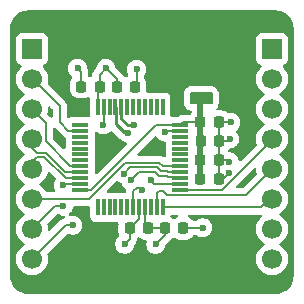
<source format=gbr>
%TF.GenerationSoftware,KiCad,Pcbnew,9.0.5*%
%TF.CreationDate,2025-12-22T17:05:02-05:00*%
%TF.ProjectId,stm32f072cb_breakout,73746d33-3266-4303-9732-63625f627265,rev?*%
%TF.SameCoordinates,Original*%
%TF.FileFunction,Copper,L1,Top*%
%TF.FilePolarity,Positive*%
%FSLAX46Y46*%
G04 Gerber Fmt 4.6, Leading zero omitted, Abs format (unit mm)*
G04 Created by KiCad (PCBNEW 9.0.5) date 2025-12-22 17:05:02*
%MOMM*%
%LPD*%
G01*
G04 APERTURE LIST*
G04 Aperture macros list*
%AMRoundRect*
0 Rectangle with rounded corners*
0 $1 Rounding radius*
0 $2 $3 $4 $5 $6 $7 $8 $9 X,Y pos of 4 corners*
0 Add a 4 corners polygon primitive as box body*
4,1,4,$2,$3,$4,$5,$6,$7,$8,$9,$2,$3,0*
0 Add four circle primitives for the rounded corners*
1,1,$1+$1,$2,$3*
1,1,$1+$1,$4,$5*
1,1,$1+$1,$6,$7*
1,1,$1+$1,$8,$9*
0 Add four rect primitives between the rounded corners*
20,1,$1+$1,$2,$3,$4,$5,0*
20,1,$1+$1,$4,$5,$6,$7,0*
20,1,$1+$1,$6,$7,$8,$9,0*
20,1,$1+$1,$8,$9,$2,$3,0*%
G04 Aperture macros list end*
%TA.AperFunction,SMDPad,CuDef*%
%ADD10R,0.300000X1.475000*%
%TD*%
%TA.AperFunction,SMDPad,CuDef*%
%ADD11R,1.475000X0.300000*%
%TD*%
%TA.AperFunction,ComponentPad*%
%ADD12R,1.700000X1.700000*%
%TD*%
%TA.AperFunction,ComponentPad*%
%ADD13C,1.700000*%
%TD*%
%TA.AperFunction,SMDPad,CuDef*%
%ADD14RoundRect,0.225000X0.225000X0.250000X-0.225000X0.250000X-0.225000X-0.250000X0.225000X-0.250000X0*%
%TD*%
%TA.AperFunction,SMDPad,CuDef*%
%ADD15RoundRect,0.225000X-0.225000X-0.250000X0.225000X-0.250000X0.225000X0.250000X-0.225000X0.250000X0*%
%TD*%
%TA.AperFunction,ViaPad*%
%ADD16C,0.600000*%
%TD*%
%TA.AperFunction,Conductor*%
%ADD17C,0.284000*%
%TD*%
%TA.AperFunction,Conductor*%
%ADD18C,0.127500*%
%TD*%
%TA.AperFunction,Conductor*%
%ADD19C,0.200000*%
%TD*%
%TA.AperFunction,Conductor*%
%ADD20C,0.500000*%
%TD*%
G04 APERTURE END LIST*
D10*
%TO.P,IC1,1,VBAT*%
%TO.N,unconnected-(IC1-VBAT-Pad1)*%
X145912000Y-84588000D03*
%TO.P,IC1,2,PC13*%
%TO.N,unconnected-(IC1-PC13-Pad2)*%
X146412000Y-84588000D03*
%TO.P,IC1,3,PC14-OSC32_IN*%
%TO.N,unconnected-(IC1-PC14-OSC32_IN-Pad3)*%
X146912000Y-84588000D03*
%TO.P,IC1,4,PC15-OSC32_OUT*%
%TO.N,unconnected-(IC1-PC15-OSC32_OUT-Pad4)*%
X147412000Y-84588000D03*
%TO.P,IC1,5,PF0-OSC_IN*%
%TO.N,unconnected-(IC1-PF0-OSC_IN-Pad5)*%
X147912000Y-84588000D03*
%TO.P,IC1,6,PF1-OSC_OUT*%
%TO.N,unconnected-(IC1-PF1-OSC_OUT-Pad6)*%
X148412000Y-84588000D03*
%TO.P,IC1,7,NRST*%
%TO.N,NRST*%
X148912000Y-84588000D03*
%TO.P,IC1,8,VSSA*%
%TO.N,GND*%
X149412000Y-84588000D03*
%TO.P,IC1,9,VDDA*%
%TO.N,3v3*%
X149912000Y-84588000D03*
%TO.P,IC1,10,PA0*%
%TO.N,unconnected-(IC1-PA0-Pad10)*%
X150412000Y-84588000D03*
%TO.P,IC1,11,PA1*%
%TO.N,PA1*%
X150912000Y-84588000D03*
%TO.P,IC1,12,PA2*%
%TO.N,PA2*%
X151412000Y-84588000D03*
D11*
%TO.P,IC1,13,PA3*%
%TO.N,PA3*%
X152900000Y-83100000D03*
%TO.P,IC1,14,PA4*%
%TO.N,PA4*%
X152900000Y-82600000D03*
%TO.P,IC1,15,PA5*%
%TO.N,SCLK*%
X152900000Y-82100000D03*
%TO.P,IC1,16,PA6*%
%TO.N,MISO*%
X152900000Y-81600000D03*
%TO.P,IC1,17,PA7*%
%TO.N,MOSI*%
X152900000Y-81100000D03*
%TO.P,IC1,18,PB0*%
%TO.N,unconnected-(IC1-PB0-Pad18)*%
X152900000Y-80600000D03*
%TO.P,IC1,19,PB1*%
%TO.N,unconnected-(IC1-PB1-Pad19)*%
X152900000Y-80100000D03*
%TO.P,IC1,20,PB2*%
%TO.N,unconnected-(IC1-PB2-Pad20)*%
X152900000Y-79600000D03*
%TO.P,IC1,21,PB10*%
%TO.N,unconnected-(IC1-PB10-Pad21)*%
X152900000Y-79100000D03*
%TO.P,IC1,22,PB11*%
%TO.N,unconnected-(IC1-PB11-Pad22)*%
X152900000Y-78600000D03*
%TO.P,IC1,23,VSS_1*%
%TO.N,GND*%
X152900000Y-78100000D03*
%TO.P,IC1,24,VDD_1*%
%TO.N,3v3*%
X152900000Y-77600000D03*
D10*
%TO.P,IC1,25,PB12*%
%TO.N,unconnected-(IC1-PB12-Pad25)*%
X151412000Y-76112000D03*
%TO.P,IC1,26,PB13*%
%TO.N,unconnected-(IC1-PB13-Pad26)*%
X150912000Y-76112000D03*
%TO.P,IC1,27,PB14*%
%TO.N,unconnected-(IC1-PB14-Pad27)*%
X150412000Y-76112000D03*
%TO.P,IC1,28,PB15*%
%TO.N,unconnected-(IC1-PB15-Pad28)*%
X149912000Y-76112000D03*
%TO.P,IC1,29,PA8*%
%TO.N,unconnected-(IC1-PA8-Pad29)*%
X149412000Y-76112000D03*
%TO.P,IC1,30,PA9*%
%TO.N,unconnected-(IC1-PA9-Pad30)*%
X148912000Y-76112000D03*
%TO.P,IC1,31,PA10*%
%TO.N,unconnected-(IC1-PA10-Pad31)*%
X148412000Y-76112000D03*
%TO.P,IC1,32,PA11*%
%TO.N,USB_D-*%
X147912000Y-76112000D03*
%TO.P,IC1,33,PA12*%
%TO.N,USB_D+*%
X147412000Y-76112000D03*
%TO.P,IC1,34,PA13*%
%TO.N,unconnected-(IC1-PA13-Pad34)*%
X146912000Y-76112000D03*
%TO.P,IC1,35,VSS_2*%
%TO.N,GND*%
X146412000Y-76112000D03*
%TO.P,IC1,36,VDDIO2*%
%TO.N,3v3*%
X145912000Y-76112000D03*
D11*
%TO.P,IC1,37,PA14*%
%TO.N,unconnected-(IC1-PA14-Pad37)*%
X144424000Y-77600000D03*
%TO.P,IC1,38,PA15*%
%TO.N,!CS*%
X144424000Y-78100000D03*
%TO.P,IC1,39,PB3*%
%TO.N,unconnected-(IC1-PB3-Pad39)*%
X144424000Y-78600000D03*
%TO.P,IC1,40,PB4*%
%TO.N,unconnected-(IC1-PB4-Pad40)*%
X144424000Y-79100000D03*
%TO.P,IC1,41,PB5*%
%TO.N,unconnected-(IC1-PB5-Pad41)*%
X144424000Y-79600000D03*
%TO.P,IC1,42,PB6*%
%TO.N,unconnected-(IC1-PB6-Pad42)*%
X144424000Y-80100000D03*
%TO.P,IC1,43,PB7*%
%TO.N,unconnected-(IC1-PB7-Pad43)*%
X144424000Y-80600000D03*
%TO.P,IC1,44,BOOT0*%
%TO.N,BOOT0*%
X144424000Y-81100000D03*
%TO.P,IC1,45,PB8*%
%TO.N,can_rx*%
X144424000Y-81600000D03*
%TO.P,IC1,46,PB9*%
%TO.N,can_tx*%
X144424000Y-82100000D03*
%TO.P,IC1,47,VSS_3*%
%TO.N,GND*%
X144424000Y-82600000D03*
%TO.P,IC1,48,VDD_2*%
%TO.N,3v3*%
X144424000Y-83100000D03*
%TD*%
D12*
%TO.P,J2,1,Pin_1*%
%TO.N,USB_D-*%
X160670000Y-71170000D03*
D13*
%TO.P,J2,2,Pin_2*%
%TO.N,USB_D+*%
X160670000Y-73710000D03*
%TO.P,J2,3,Pin_3*%
%TO.N,PA4*%
X160670000Y-76250000D03*
%TO.P,J2,4,Pin_4*%
%TO.N,PA3*%
X160670000Y-78790000D03*
%TO.P,J2,5,Pin_5*%
%TO.N,PA1*%
X160670000Y-81330000D03*
%TO.P,J2,6,Pin_6*%
%TO.N,PA2*%
X160670000Y-83870000D03*
%TO.P,J2,7,Pin_7*%
%TO.N,NRST*%
X160670000Y-86410000D03*
%TO.P,J2,8,Pin_8*%
%TO.N,GND*%
X160670000Y-88950000D03*
%TD*%
D14*
%TO.P,C7,1*%
%TO.N,3v3*%
X146062000Y-74350000D03*
%TO.P,C7,2*%
%TO.N,GND*%
X144512000Y-74350000D03*
%TD*%
D15*
%TO.P,C3,1*%
%TO.N,3v3*%
X154612000Y-80550000D03*
%TO.P,C3,2*%
%TO.N,GND*%
X156162000Y-80550000D03*
%TD*%
%TO.P,C8,1*%
%TO.N,3v3*%
X147512000Y-74350000D03*
%TO.P,C8,2*%
%TO.N,GND*%
X149062000Y-74350000D03*
%TD*%
%TO.P,C4,1*%
%TO.N,3v3*%
X154612000Y-82150000D03*
%TO.P,C4,2*%
%TO.N,GND*%
X156162000Y-82150000D03*
%TD*%
D14*
%TO.P,C9,1*%
%TO.N,3v3*%
X150162000Y-86350000D03*
%TO.P,C9,2*%
%TO.N,GND*%
X148612000Y-86350000D03*
%TD*%
D15*
%TO.P,C1,1*%
%TO.N,3v3*%
X154612000Y-77350000D03*
%TO.P,C1,2*%
%TO.N,GND*%
X156162000Y-77350000D03*
%TD*%
%TO.P,C2,1*%
%TO.N,3v3*%
X154662000Y-78950000D03*
%TO.P,C2,2*%
%TO.N,GND*%
X156212000Y-78950000D03*
%TD*%
%TO.P,C10,1*%
%TO.N,3v3*%
X151587000Y-86350000D03*
%TO.P,C10,2*%
%TO.N,GND*%
X153137000Y-86350000D03*
%TD*%
D12*
%TO.P,J1,1,Pin_1*%
%TO.N,3v3*%
X140350000Y-71170000D03*
D13*
%TO.P,J1,2,Pin_2*%
%TO.N,!CS*%
X140350000Y-73710000D03*
%TO.P,J1,3,Pin_3*%
%TO.N,BOOT0*%
X140350000Y-76250000D03*
%TO.P,J1,4,Pin_4*%
%TO.N,can_rx*%
X140350000Y-78790000D03*
%TO.P,J1,5,Pin_5*%
%TO.N,can_tx*%
X140350000Y-81330000D03*
%TO.P,J1,6,Pin_6*%
%TO.N,MOSI*%
X140350000Y-83870000D03*
%TO.P,J1,7,Pin_7*%
%TO.N,MISO*%
X140350000Y-86410000D03*
%TO.P,J1,8,Pin_8*%
%TO.N,SCLK*%
X140350000Y-88950000D03*
%TD*%
D16*
%TO.N,3v3*%
X150825200Y-87706200D03*
%TO.N,GND*%
X157175200Y-77393800D03*
X157099000Y-78790800D03*
X157060465Y-80708065D03*
X157025190Y-81663390D03*
%TO.N,3v3*%
X155270200Y-75488800D03*
X154635200Y-75133200D03*
X154025600Y-75539600D03*
X146608800Y-72796400D03*
%TO.N,GND*%
X151600000Y-78200000D03*
X143000000Y-82700000D03*
X146400000Y-77600000D03*
X144200000Y-72800000D03*
X154800000Y-86300000D03*
X149200000Y-72900000D03*
X148200000Y-87700000D03*
%TO.N,USB_D+*%
X148456137Y-78257179D03*
%TO.N,PA4*%
X150400000Y-82300000D03*
%TO.N,SCLK*%
X148696702Y-82296702D03*
X143800000Y-86100000D03*
%TO.N,MISO*%
X148131015Y-81731015D03*
X143000000Y-84470000D03*
%TO.N,NRST*%
X149700000Y-83100000D03*
%TO.N,USB_D-*%
X149000521Y-77599479D03*
%TD*%
D17*
%TO.N,USB_D+*%
X147419000Y-76119000D02*
X147412000Y-76112000D01*
X147427000Y-77526200D02*
X147427000Y-77192500D01*
X147419000Y-77192500D02*
X147419000Y-76119000D01*
X148101321Y-78200521D02*
X147427000Y-77526200D01*
X147427000Y-77192500D02*
X147419000Y-77192500D01*
X148399479Y-78200521D02*
X148101321Y-78200521D01*
X148456137Y-78257179D02*
X148399479Y-78200521D01*
D18*
%TO.N,can_rx*%
X140745985Y-79963785D02*
X140350000Y-79567800D01*
X140350000Y-79567800D02*
X140350000Y-78790000D01*
X141523784Y-79963785D02*
X140745985Y-79963785D01*
X143160000Y-81600000D02*
X141523784Y-79963785D01*
X144424000Y-81600000D02*
X143160000Y-81600000D01*
%TO.N,can_tx*%
X140763915Y-80292285D02*
X140350000Y-80706200D01*
X141387715Y-80292285D02*
X140763915Y-80292285D01*
X143195430Y-82100000D02*
X141387715Y-80292285D01*
X144424000Y-82100000D02*
X143195430Y-82100000D01*
X140350000Y-80706200D02*
X140350000Y-81330000D01*
D19*
%TO.N,3v3*%
X151587000Y-86944400D02*
X150825200Y-87706200D01*
X151587000Y-86350000D02*
X151587000Y-86944400D01*
X151587000Y-86350000D02*
X150162000Y-86350000D01*
%TO.N,GND*%
X157131400Y-77350000D02*
X157175200Y-77393800D01*
X156162000Y-77350000D02*
X157131400Y-77350000D01*
X156162000Y-77350000D02*
X156162000Y-82150000D01*
X156939800Y-78950000D02*
X157099000Y-78790800D01*
X156212000Y-78950000D02*
X156939800Y-78950000D01*
X156902400Y-80550000D02*
X157060465Y-80708065D01*
X156162000Y-80550000D02*
X156902400Y-80550000D01*
X156538580Y-82150000D02*
X157025190Y-81663390D01*
X156162000Y-82150000D02*
X156538580Y-82150000D01*
D20*
%TO.N,3v3*%
X154612000Y-80550000D02*
X154612000Y-77350000D01*
D19*
X146062000Y-73343200D02*
X146062000Y-74350000D01*
X146608800Y-72796400D02*
X146062000Y-73343200D01*
X147512000Y-73699600D02*
X147512000Y-74350000D01*
X146608800Y-72796400D02*
X147512000Y-73699600D01*
D17*
%TO.N,USB_D-*%
X148440079Y-77599479D02*
X149000521Y-77599479D01*
X147912000Y-77071400D02*
X148440079Y-77599479D01*
X147912000Y-76112000D02*
X147912000Y-77071400D01*
D19*
%TO.N,3v3*%
X144424000Y-83100000D02*
X145346400Y-83100000D01*
X149912000Y-86100000D02*
X149912000Y-84588000D01*
X150162000Y-86350000D02*
X149912000Y-86100000D01*
X145346400Y-83100000D02*
X150846400Y-77600000D01*
X150846400Y-77600000D02*
X152900000Y-77600000D01*
X153150000Y-77350000D02*
X152900000Y-77600000D01*
X146062000Y-74350000D02*
X145912000Y-74500000D01*
X154612000Y-77350000D02*
X153150000Y-77350000D01*
D20*
X154612000Y-82150000D02*
X154612000Y-80550000D01*
D19*
X145912000Y-74500000D02*
X145912000Y-76112000D01*
%TO.N,GND*%
X149412000Y-84588000D02*
X149412000Y-85577500D01*
X146412000Y-76112000D02*
X146412000Y-77588000D01*
X154750000Y-86350000D02*
X154800000Y-86300000D01*
X144424000Y-82600000D02*
X143100000Y-82600000D01*
X149412000Y-85577500D02*
X148639500Y-86350000D01*
X148612000Y-87288000D02*
X148200000Y-87700000D01*
X144512000Y-73112000D02*
X144200000Y-72800000D01*
X152900000Y-78100000D02*
X151700000Y-78100000D01*
X143100000Y-82600000D02*
X143000000Y-82700000D01*
X148639500Y-86350000D02*
X148612000Y-86350000D01*
X153137000Y-86350000D02*
X154750000Y-86350000D01*
X144512000Y-74350000D02*
X144512000Y-73112000D01*
X151700000Y-78100000D02*
X151600000Y-78200000D01*
X149200000Y-74212000D02*
X149062000Y-74350000D01*
X146412000Y-77588000D02*
X146400000Y-77600000D01*
X148612000Y-86350000D02*
X148612000Y-87288000D01*
X149200000Y-72900000D02*
X149200000Y-74212000D01*
%TO.N,MOSI*%
X145143500Y-83870000D02*
X148213500Y-80800000D01*
X151400000Y-81100000D02*
X152900000Y-81100000D01*
X151100000Y-80800000D02*
X151400000Y-81100000D01*
X140350000Y-83870000D02*
X145143500Y-83870000D01*
X148213500Y-80800000D02*
X151100000Y-80800000D01*
%TO.N,!CS*%
X140350000Y-73710000D02*
X140410000Y-73710000D01*
X143434500Y-78100000D02*
X144424000Y-78100000D01*
X142700000Y-76000000D02*
X142700000Y-77365500D01*
X142700000Y-77365500D02*
X143434500Y-78100000D01*
X140410000Y-73710000D02*
X142700000Y-76000000D01*
%TO.N,PA4*%
X152900000Y-82600000D02*
X150700000Y-82600000D01*
X150700000Y-82600000D02*
X150400000Y-82300000D01*
%TO.N,BOOT0*%
X141501000Y-79001000D02*
X143600000Y-81100000D01*
X143600000Y-81100000D02*
X144424000Y-81100000D01*
X140350000Y-76250000D02*
X141501000Y-77401000D01*
X141501000Y-77401000D02*
X141501000Y-79001000D01*
%TO.N,SCLK*%
X151861500Y-81952000D02*
X151861500Y-82051000D01*
X152851000Y-82051000D02*
X152900000Y-82100000D01*
X143200000Y-86100000D02*
X143800000Y-86100000D01*
X151861500Y-82051000D02*
X152851000Y-82051000D01*
X151695400Y-81952000D02*
X151861500Y-81952000D01*
X149391404Y-81602000D02*
X150767800Y-81602000D01*
X140350000Y-88950000D02*
X143200000Y-86100000D01*
X151067800Y-81902000D02*
X151645400Y-81902000D01*
X150767800Y-81602000D02*
X151067800Y-81902000D01*
X151645400Y-81902000D02*
X151695400Y-81952000D01*
X148696702Y-82296702D02*
X149391404Y-81602000D01*
%TO.N,MISO*%
X150933900Y-81201000D02*
X151233900Y-81501000D01*
X151233900Y-81501000D02*
X151861500Y-81501000D01*
X142290000Y-84470000D02*
X143000000Y-84470000D01*
X140350000Y-86410000D02*
X142290000Y-84470000D01*
X151861500Y-81551000D02*
X152851000Y-81551000D01*
X148131015Y-81731015D02*
X148661030Y-81201000D01*
X152851000Y-81551000D02*
X152900000Y-81600000D01*
X151861500Y-81501000D02*
X151861500Y-81551000D01*
X148661030Y-81201000D02*
X150933900Y-81201000D01*
%TO.N,PA1*%
X150912000Y-83388000D02*
X150912000Y-84588000D01*
X151100000Y-83200000D02*
X150912000Y-83388000D01*
X160670000Y-81330000D02*
X158450500Y-83549500D01*
X158450500Y-83549500D02*
X151749500Y-83549500D01*
X151749500Y-83549500D02*
X151400000Y-83200000D01*
X151400000Y-83200000D02*
X151100000Y-83200000D01*
%TO.N,PA2*%
X159752000Y-84588000D02*
X151412000Y-84588000D01*
X160670000Y-83870000D02*
X160470000Y-83870000D01*
X160670000Y-83870000D02*
X160349500Y-83549500D01*
X160470000Y-83870000D02*
X159752000Y-84588000D01*
%TO.N,PA3*%
X152900000Y-83100000D02*
X156437110Y-83100000D01*
X160670000Y-78867110D02*
X160670000Y-78790000D01*
X156437110Y-83100000D02*
X160670000Y-78867110D01*
%TO.N,NRST*%
X149200000Y-82900000D02*
X148912000Y-83188000D01*
X149500000Y-82900000D02*
X149200000Y-82900000D01*
X149700000Y-83100000D02*
X149500000Y-82900000D01*
X148912000Y-83188000D02*
X148912000Y-84588000D01*
D20*
%TO.N,3v3*%
X154612000Y-77350000D02*
X154612000Y-75867600D01*
%TD*%
%TA.AperFunction,NonConductor*%
G36*
X161004418Y-67900816D02*
G01*
X161204561Y-67915130D01*
X161222063Y-67917647D01*
X161413797Y-67959355D01*
X161430755Y-67964334D01*
X161614609Y-68032909D01*
X161630701Y-68040259D01*
X161802904Y-68134288D01*
X161817784Y-68143849D01*
X161974867Y-68261441D01*
X161988237Y-68273027D01*
X162126972Y-68411762D01*
X162138558Y-68425132D01*
X162256146Y-68582210D01*
X162265711Y-68597095D01*
X162359740Y-68769298D01*
X162367090Y-68785390D01*
X162435662Y-68969236D01*
X162440646Y-68986212D01*
X162482351Y-69177931D01*
X162484869Y-69195442D01*
X162499184Y-69395580D01*
X162499500Y-69404427D01*
X162499500Y-90395572D01*
X162499184Y-90404419D01*
X162484869Y-90604557D01*
X162482351Y-90622068D01*
X162440646Y-90813787D01*
X162435662Y-90830763D01*
X162367090Y-91014609D01*
X162359740Y-91030701D01*
X162265711Y-91202904D01*
X162256146Y-91217789D01*
X162138558Y-91374867D01*
X162126972Y-91388237D01*
X161988237Y-91526972D01*
X161974867Y-91538558D01*
X161817789Y-91656146D01*
X161802904Y-91665711D01*
X161630701Y-91759740D01*
X161614609Y-91767090D01*
X161430763Y-91835662D01*
X161413787Y-91840646D01*
X161222068Y-91882351D01*
X161204557Y-91884869D01*
X161023779Y-91897799D01*
X161004417Y-91899184D01*
X160995572Y-91899500D01*
X140004428Y-91899500D01*
X139995582Y-91899184D01*
X139973622Y-91897613D01*
X139795442Y-91884869D01*
X139777931Y-91882351D01*
X139586212Y-91840646D01*
X139569236Y-91835662D01*
X139385390Y-91767090D01*
X139369298Y-91759740D01*
X139197095Y-91665711D01*
X139182210Y-91656146D01*
X139025132Y-91538558D01*
X139011762Y-91526972D01*
X138873027Y-91388237D01*
X138861441Y-91374867D01*
X138743849Y-91217784D01*
X138734288Y-91202904D01*
X138640259Y-91030701D01*
X138632909Y-91014609D01*
X138572091Y-90851551D01*
X138564334Y-90830755D01*
X138559355Y-90813797D01*
X138517647Y-90622063D01*
X138515130Y-90604556D01*
X138500816Y-90404418D01*
X138500500Y-90395572D01*
X138500500Y-70272135D01*
X138999500Y-70272135D01*
X138999500Y-72067870D01*
X138999501Y-72067876D01*
X139005908Y-72127483D01*
X139056202Y-72262328D01*
X139056206Y-72262335D01*
X139142452Y-72377544D01*
X139142455Y-72377547D01*
X139257664Y-72463793D01*
X139257671Y-72463797D01*
X139389082Y-72512810D01*
X139445016Y-72554681D01*
X139469433Y-72620145D01*
X139454582Y-72688418D01*
X139433431Y-72716673D01*
X139319889Y-72830215D01*
X139194951Y-73002179D01*
X139098444Y-73191585D01*
X139032753Y-73393760D01*
X139012801Y-73519734D01*
X138999500Y-73603713D01*
X138999500Y-73816287D01*
X139032754Y-74026243D01*
X139072717Y-74149237D01*
X139098444Y-74228414D01*
X139194951Y-74417820D01*
X139319890Y-74589786D01*
X139470213Y-74740109D01*
X139642182Y-74865050D01*
X139650946Y-74869516D01*
X139701742Y-74917491D01*
X139718536Y-74985312D01*
X139695998Y-75051447D01*
X139650946Y-75090484D01*
X139642182Y-75094949D01*
X139470213Y-75219890D01*
X139319890Y-75370213D01*
X139194951Y-75542179D01*
X139098444Y-75731585D01*
X139032753Y-75933760D01*
X139008619Y-76086136D01*
X138999500Y-76143713D01*
X138999500Y-76356287D01*
X139005067Y-76391434D01*
X139032753Y-76566239D01*
X139032753Y-76566241D01*
X139032754Y-76566243D01*
X139088341Y-76737322D01*
X139098444Y-76768414D01*
X139194951Y-76957820D01*
X139319890Y-77129786D01*
X139470213Y-77280109D01*
X139642182Y-77405050D01*
X139650946Y-77409516D01*
X139701742Y-77457491D01*
X139718536Y-77525312D01*
X139695998Y-77591447D01*
X139650946Y-77630484D01*
X139642182Y-77634949D01*
X139470213Y-77759890D01*
X139319890Y-77910213D01*
X139194951Y-78082179D01*
X139098444Y-78271585D01*
X139032753Y-78473760D01*
X139007906Y-78630639D01*
X138999500Y-78683713D01*
X138999500Y-78896287D01*
X139009534Y-78959644D01*
X139028924Y-79082066D01*
X139032754Y-79106243D01*
X139096063Y-79301088D01*
X139098444Y-79308414D01*
X139194951Y-79497820D01*
X139319890Y-79669786D01*
X139470213Y-79820109D01*
X139642182Y-79945050D01*
X139650946Y-79949516D01*
X139701742Y-79997491D01*
X139718536Y-80065312D01*
X139695998Y-80131447D01*
X139650946Y-80170484D01*
X139642182Y-80174949D01*
X139470213Y-80299890D01*
X139319890Y-80450213D01*
X139194951Y-80622179D01*
X139098444Y-80811585D01*
X139032753Y-81013760D01*
X138999500Y-81223713D01*
X138999500Y-81436286D01*
X139032059Y-81641859D01*
X139032754Y-81646243D01*
X139087431Y-81814522D01*
X139098444Y-81848414D01*
X139194951Y-82037820D01*
X139319890Y-82209786D01*
X139470213Y-82360109D01*
X139642182Y-82485050D01*
X139650946Y-82489516D01*
X139701742Y-82537491D01*
X139718536Y-82605312D01*
X139695998Y-82671447D01*
X139650946Y-82710484D01*
X139642182Y-82714949D01*
X139470213Y-82839890D01*
X139319890Y-82990213D01*
X139194951Y-83162179D01*
X139098444Y-83351585D01*
X139032753Y-83553760D01*
X138999500Y-83763713D01*
X138999500Y-83976286D01*
X139032753Y-84186239D01*
X139098444Y-84388414D01*
X139194951Y-84577820D01*
X139319890Y-84749786D01*
X139470213Y-84900109D01*
X139642182Y-85025050D01*
X139650946Y-85029516D01*
X139701742Y-85077491D01*
X139718536Y-85145312D01*
X139695998Y-85211447D01*
X139650946Y-85250484D01*
X139642182Y-85254949D01*
X139470213Y-85379890D01*
X139319890Y-85530213D01*
X139194951Y-85702179D01*
X139098444Y-85891585D01*
X139032753Y-86093760D01*
X138999500Y-86303713D01*
X138999500Y-86516287D01*
X139003031Y-86538582D01*
X139032048Y-86721789D01*
X139032754Y-86726243D01*
X139092946Y-86911495D01*
X139098444Y-86928414D01*
X139194951Y-87117820D01*
X139319890Y-87289786D01*
X139470213Y-87440109D01*
X139642182Y-87565050D01*
X139650946Y-87569516D01*
X139701742Y-87617491D01*
X139718536Y-87685312D01*
X139695998Y-87751447D01*
X139650946Y-87790484D01*
X139642182Y-87794949D01*
X139470213Y-87919890D01*
X139319890Y-88070213D01*
X139194951Y-88242179D01*
X139098444Y-88431585D01*
X139032753Y-88633760D01*
X138999500Y-88843713D01*
X138999500Y-89056286D01*
X139032753Y-89266239D01*
X139098444Y-89468414D01*
X139194951Y-89657820D01*
X139319890Y-89829786D01*
X139470213Y-89980109D01*
X139642179Y-90105048D01*
X139642181Y-90105049D01*
X139642184Y-90105051D01*
X139831588Y-90201557D01*
X140033757Y-90267246D01*
X140243713Y-90300500D01*
X140243714Y-90300500D01*
X140456286Y-90300500D01*
X140456287Y-90300500D01*
X140666243Y-90267246D01*
X140868412Y-90201557D01*
X141057816Y-90105051D01*
X141079789Y-90089086D01*
X141229786Y-89980109D01*
X141229788Y-89980106D01*
X141229792Y-89980104D01*
X141380104Y-89829792D01*
X141380106Y-89829788D01*
X141380109Y-89829786D01*
X141505048Y-89657820D01*
X141505047Y-89657820D01*
X141505051Y-89657816D01*
X141601557Y-89468412D01*
X141667246Y-89266243D01*
X141700500Y-89056287D01*
X141700500Y-88843713D01*
X141667246Y-88633757D01*
X141653506Y-88591473D01*
X141651512Y-88521635D01*
X141683755Y-88465478D01*
X143304974Y-86844260D01*
X143366295Y-86810777D01*
X143435987Y-86815761D01*
X143440105Y-86817382D01*
X143505000Y-86844262D01*
X143566503Y-86869737D01*
X143721153Y-86900499D01*
X143721156Y-86900500D01*
X143721158Y-86900500D01*
X143878844Y-86900500D01*
X143878845Y-86900499D01*
X144033497Y-86869737D01*
X144179179Y-86809394D01*
X144310289Y-86721789D01*
X144421789Y-86610289D01*
X144509394Y-86479179D01*
X144569737Y-86333497D01*
X144600500Y-86178842D01*
X144600500Y-86021158D01*
X144600500Y-86021155D01*
X144600499Y-86021153D01*
X144592638Y-85981635D01*
X144569737Y-85866503D01*
X144552960Y-85825999D01*
X144509397Y-85720827D01*
X144509390Y-85720814D01*
X144421789Y-85589711D01*
X144421786Y-85589707D01*
X144310292Y-85478213D01*
X144310288Y-85478210D01*
X144179185Y-85390609D01*
X144179172Y-85390602D01*
X144033501Y-85330264D01*
X144033489Y-85330261D01*
X143878845Y-85299500D01*
X143878842Y-85299500D01*
X143721158Y-85299500D01*
X143721153Y-85299500D01*
X143589688Y-85325650D01*
X143520096Y-85319423D01*
X143464919Y-85276560D01*
X143441675Y-85210670D01*
X143457743Y-85142673D01*
X143496607Y-85100930D01*
X143510289Y-85091789D01*
X143621789Y-84980289D01*
X143709394Y-84849179D01*
X143769737Y-84703497D01*
X143791418Y-84594501D01*
X143796231Y-84570308D01*
X143828616Y-84508397D01*
X143889332Y-84473823D01*
X143917848Y-84470500D01*
X145056833Y-84470500D01*
X145064439Y-84470500D01*
X145064443Y-84470501D01*
X145137502Y-84470501D01*
X145204541Y-84490186D01*
X145250295Y-84542991D01*
X145250296Y-84543001D01*
X145261500Y-84594501D01*
X145261500Y-85373370D01*
X145261501Y-85373376D01*
X145267908Y-85432983D01*
X145318202Y-85567828D01*
X145318206Y-85567835D01*
X145404452Y-85683044D01*
X145404455Y-85683047D01*
X145519664Y-85769293D01*
X145519671Y-85769297D01*
X145564618Y-85786061D01*
X145654517Y-85819591D01*
X145714127Y-85826000D01*
X146109872Y-85825999D01*
X146109873Y-85825998D01*
X146109885Y-85825998D01*
X146148744Y-85821820D01*
X146175252Y-85821820D01*
X146214127Y-85826000D01*
X146609872Y-85825999D01*
X146609873Y-85825998D01*
X146609885Y-85825998D01*
X146648744Y-85821820D01*
X146675252Y-85821820D01*
X146714127Y-85826000D01*
X147109872Y-85825999D01*
X147109873Y-85825998D01*
X147109885Y-85825998D01*
X147148744Y-85821820D01*
X147175252Y-85821820D01*
X147214127Y-85826000D01*
X147547239Y-85825999D01*
X147614278Y-85845683D01*
X147660033Y-85898487D01*
X147670597Y-85962601D01*
X147661500Y-86051645D01*
X147661500Y-86648337D01*
X147661501Y-86648355D01*
X147671650Y-86747707D01*
X147671651Y-86747710D01*
X147724996Y-86908694D01*
X147725001Y-86908705D01*
X147725968Y-86910272D01*
X147726302Y-86911495D01*
X147728051Y-86915245D01*
X147727410Y-86915543D01*
X147744409Y-86977664D01*
X147723487Y-87044328D01*
X147693977Y-87073822D01*
X147694413Y-87074353D01*
X147689704Y-87078217D01*
X147578213Y-87189707D01*
X147578210Y-87189711D01*
X147490609Y-87320814D01*
X147490602Y-87320827D01*
X147430264Y-87466498D01*
X147430261Y-87466510D01*
X147399500Y-87621153D01*
X147399500Y-87778846D01*
X147430261Y-87933489D01*
X147430264Y-87933501D01*
X147490602Y-88079172D01*
X147490609Y-88079185D01*
X147578210Y-88210288D01*
X147578213Y-88210292D01*
X147689707Y-88321786D01*
X147689711Y-88321789D01*
X147820814Y-88409390D01*
X147820827Y-88409397D01*
X147874402Y-88431588D01*
X147966503Y-88469737D01*
X148121153Y-88500499D01*
X148121156Y-88500500D01*
X148121158Y-88500500D01*
X148278844Y-88500500D01*
X148278845Y-88500499D01*
X148433497Y-88469737D01*
X148564211Y-88415594D01*
X148579172Y-88409397D01*
X148579172Y-88409396D01*
X148579179Y-88409394D01*
X148710289Y-88321789D01*
X148821789Y-88210289D01*
X148909394Y-88079179D01*
X148969737Y-87933497D01*
X149000500Y-87778842D01*
X149000500Y-87778840D01*
X149000637Y-87778152D01*
X149022811Y-87728269D01*
X149028195Y-87721040D01*
X149092520Y-87656716D01*
X149145442Y-87565051D01*
X149171577Y-87519785D01*
X149212501Y-87367057D01*
X149212501Y-87290003D01*
X149213602Y-87286252D01*
X149212732Y-87282444D01*
X149223367Y-87252996D01*
X149232186Y-87222964D01*
X149235521Y-87219343D01*
X149236466Y-87216729D01*
X149246281Y-87207664D01*
X149261162Y-87191514D01*
X149266099Y-87187737D01*
X149290044Y-87172968D01*
X149305134Y-87157877D01*
X149311661Y-87152885D01*
X149336904Y-87143169D01*
X149360642Y-87130208D01*
X149369025Y-87130807D01*
X149376868Y-87127789D01*
X149403352Y-87133262D01*
X149430334Y-87135192D01*
X149438697Y-87140567D01*
X149445292Y-87141930D01*
X149453830Y-87150292D01*
X149474681Y-87163693D01*
X149483955Y-87172967D01*
X149483959Y-87172970D01*
X149628294Y-87261998D01*
X149628297Y-87261999D01*
X149628303Y-87262003D01*
X149789292Y-87315349D01*
X149888655Y-87325500D01*
X149933647Y-87325499D01*
X150000685Y-87345182D01*
X150046441Y-87397985D01*
X150056386Y-87467143D01*
X150055265Y-87473690D01*
X150024700Y-87627353D01*
X150024700Y-87785046D01*
X150055461Y-87939689D01*
X150055464Y-87939701D01*
X150115802Y-88085372D01*
X150115809Y-88085385D01*
X150203410Y-88216488D01*
X150203413Y-88216492D01*
X150314907Y-88327986D01*
X150314911Y-88327989D01*
X150446014Y-88415590D01*
X150446027Y-88415597D01*
X150576737Y-88469738D01*
X150591703Y-88475937D01*
X150715184Y-88500499D01*
X150746353Y-88506699D01*
X150746356Y-88506700D01*
X150746358Y-88506700D01*
X150904044Y-88506700D01*
X150904045Y-88506699D01*
X151058697Y-88475937D01*
X151204379Y-88415594D01*
X151335489Y-88327989D01*
X151446989Y-88216489D01*
X151534594Y-88085379D01*
X151594937Y-87939697D01*
X151623729Y-87794951D01*
X151625838Y-87784350D01*
X151658223Y-87722439D01*
X151659724Y-87720910D01*
X151955713Y-87424921D01*
X151955716Y-87424920D01*
X152067520Y-87313116D01*
X152076187Y-87298102D01*
X152086431Y-87287366D01*
X152104347Y-87277029D01*
X152115134Y-87266742D01*
X152114550Y-87265795D01*
X152119015Y-87263040D01*
X152119317Y-87262753D01*
X152120120Y-87262358D01*
X152120693Y-87262004D01*
X152120697Y-87262003D01*
X152265044Y-87172968D01*
X152274319Y-87163693D01*
X152335642Y-87130208D01*
X152405334Y-87135192D01*
X152449681Y-87163693D01*
X152458955Y-87172967D01*
X152458959Y-87172970D01*
X152603294Y-87261998D01*
X152603297Y-87261999D01*
X152603303Y-87262003D01*
X152764292Y-87315349D01*
X152863655Y-87325500D01*
X153410344Y-87325499D01*
X153410352Y-87325498D01*
X153410355Y-87325498D01*
X153464760Y-87319940D01*
X153509708Y-87315349D01*
X153670697Y-87262003D01*
X153815044Y-87172968D01*
X153934968Y-87053044D01*
X153961887Y-87009402D01*
X153969473Y-87002578D01*
X153973712Y-86993297D01*
X153995010Y-86979609D01*
X154013835Y-86962678D01*
X154025471Y-86960033D01*
X154032490Y-86955523D01*
X154067425Y-86950500D01*
X154295065Y-86950500D01*
X154362104Y-86970185D01*
X154363909Y-86971366D01*
X154420821Y-87009394D01*
X154420823Y-87009395D01*
X154420827Y-87009397D01*
X154526202Y-87053044D01*
X154566503Y-87069737D01*
X154721153Y-87100499D01*
X154721156Y-87100500D01*
X154721158Y-87100500D01*
X154878844Y-87100500D01*
X154878845Y-87100499D01*
X155033497Y-87069737D01*
X155179179Y-87009394D01*
X155310289Y-86921789D01*
X155421789Y-86810289D01*
X155509394Y-86679179D01*
X155569737Y-86533497D01*
X155600500Y-86378842D01*
X155600500Y-86221158D01*
X155600500Y-86221155D01*
X155600499Y-86221153D01*
X155569737Y-86066503D01*
X155550955Y-86021158D01*
X155509397Y-85920827D01*
X155509390Y-85920814D01*
X155421789Y-85789711D01*
X155421786Y-85789707D01*
X155310292Y-85678213D01*
X155310288Y-85678210D01*
X155179185Y-85590609D01*
X155179172Y-85590602D01*
X155033501Y-85530264D01*
X155033489Y-85530261D01*
X154878845Y-85499500D01*
X154878842Y-85499500D01*
X154721158Y-85499500D01*
X154721155Y-85499500D01*
X154566510Y-85530261D01*
X154566498Y-85530264D01*
X154420827Y-85590602D01*
X154420814Y-85590609D01*
X154289711Y-85678210D01*
X154289707Y-85678213D01*
X154254742Y-85713180D01*
X154227811Y-85727885D01*
X154201995Y-85744477D01*
X154195796Y-85745368D01*
X154193420Y-85746666D01*
X154167060Y-85749500D01*
X154067425Y-85749500D01*
X154000386Y-85729815D01*
X153961887Y-85690598D01*
X153934968Y-85646956D01*
X153815044Y-85527032D01*
X153815040Y-85527029D01*
X153670705Y-85438001D01*
X153670699Y-85437998D01*
X153670697Y-85437997D01*
X153647182Y-85430205D01*
X153589739Y-85390433D01*
X153562916Y-85325917D01*
X153575231Y-85257142D01*
X153622774Y-85205942D01*
X153686188Y-85188500D01*
X159665338Y-85188500D01*
X159672940Y-85188500D01*
X159672943Y-85188501D01*
X159682248Y-85188501D01*
X159716696Y-85198618D01*
X159749280Y-85208186D01*
X159749282Y-85208188D01*
X159749287Y-85208190D01*
X159775087Y-85237969D01*
X159795035Y-85260990D01*
X159795035Y-85260993D01*
X159795038Y-85260996D01*
X159799233Y-85290185D01*
X159804979Y-85330148D01*
X159804977Y-85330151D01*
X159804978Y-85330155D01*
X159792886Y-85356629D01*
X159775954Y-85393704D01*
X159769922Y-85400182D01*
X159639894Y-85530209D01*
X159639890Y-85530213D01*
X159514951Y-85702179D01*
X159418444Y-85891585D01*
X159352753Y-86093760D01*
X159319500Y-86303713D01*
X159319500Y-86516287D01*
X159323031Y-86538582D01*
X159352048Y-86721789D01*
X159352754Y-86726243D01*
X159412946Y-86911495D01*
X159418444Y-86928414D01*
X159514951Y-87117820D01*
X159639890Y-87289786D01*
X159790213Y-87440109D01*
X159962182Y-87565050D01*
X159970946Y-87569516D01*
X160021742Y-87617491D01*
X160038536Y-87685312D01*
X160015998Y-87751447D01*
X159970946Y-87790484D01*
X159962182Y-87794949D01*
X159790213Y-87919890D01*
X159639890Y-88070213D01*
X159514951Y-88242179D01*
X159418444Y-88431585D01*
X159352753Y-88633760D01*
X159319500Y-88843713D01*
X159319500Y-89056286D01*
X159352753Y-89266239D01*
X159418444Y-89468414D01*
X159514951Y-89657820D01*
X159639890Y-89829786D01*
X159790213Y-89980109D01*
X159962179Y-90105048D01*
X159962181Y-90105049D01*
X159962184Y-90105051D01*
X160151588Y-90201557D01*
X160353757Y-90267246D01*
X160563713Y-90300500D01*
X160563714Y-90300500D01*
X160776286Y-90300500D01*
X160776287Y-90300500D01*
X160986243Y-90267246D01*
X161188412Y-90201557D01*
X161377816Y-90105051D01*
X161399789Y-90089086D01*
X161549786Y-89980109D01*
X161549788Y-89980106D01*
X161549792Y-89980104D01*
X161700104Y-89829792D01*
X161700106Y-89829788D01*
X161700109Y-89829786D01*
X161825048Y-89657820D01*
X161825047Y-89657820D01*
X161825051Y-89657816D01*
X161921557Y-89468412D01*
X161987246Y-89266243D01*
X162020500Y-89056287D01*
X162020500Y-88843713D01*
X161987246Y-88633757D01*
X161921557Y-88431588D01*
X161825051Y-88242184D01*
X161825049Y-88242181D01*
X161825048Y-88242179D01*
X161700109Y-88070213D01*
X161549786Y-87919890D01*
X161377820Y-87794951D01*
X161377115Y-87794591D01*
X161369054Y-87790485D01*
X161318259Y-87742512D01*
X161301463Y-87674692D01*
X161323999Y-87608556D01*
X161369054Y-87569515D01*
X161377816Y-87565051D01*
X161399789Y-87549086D01*
X161549786Y-87440109D01*
X161549788Y-87440106D01*
X161549792Y-87440104D01*
X161700104Y-87289792D01*
X161700106Y-87289788D01*
X161700109Y-87289786D01*
X161825048Y-87117820D01*
X161825047Y-87117820D01*
X161825051Y-87117816D01*
X161921557Y-86928412D01*
X161987246Y-86726243D01*
X162020500Y-86516287D01*
X162020500Y-86303713D01*
X161987246Y-86093757D01*
X161921557Y-85891588D01*
X161825051Y-85702184D01*
X161825049Y-85702181D01*
X161825048Y-85702179D01*
X161700109Y-85530213D01*
X161549786Y-85379890D01*
X161377820Y-85254951D01*
X161377115Y-85254591D01*
X161369054Y-85250485D01*
X161318259Y-85202512D01*
X161301463Y-85134692D01*
X161323999Y-85068556D01*
X161369054Y-85029515D01*
X161377816Y-85025051D01*
X161439426Y-84980289D01*
X161549786Y-84900109D01*
X161549788Y-84900106D01*
X161549792Y-84900104D01*
X161700104Y-84749792D01*
X161700106Y-84749788D01*
X161700109Y-84749786D01*
X161825048Y-84577820D01*
X161825047Y-84577820D01*
X161825051Y-84577816D01*
X161921557Y-84388412D01*
X161987246Y-84186243D01*
X162020500Y-83976287D01*
X162020500Y-83763713D01*
X161987246Y-83553757D01*
X161921557Y-83351588D01*
X161825051Y-83162184D01*
X161825049Y-83162181D01*
X161825048Y-83162179D01*
X161700109Y-82990213D01*
X161549786Y-82839890D01*
X161377820Y-82714951D01*
X161377115Y-82714591D01*
X161369054Y-82710485D01*
X161318259Y-82662512D01*
X161301463Y-82594692D01*
X161323999Y-82528556D01*
X161369054Y-82489515D01*
X161377816Y-82485051D01*
X161439261Y-82440409D01*
X161549786Y-82360109D01*
X161549788Y-82360106D01*
X161549792Y-82360104D01*
X161700104Y-82209792D01*
X161700106Y-82209788D01*
X161700109Y-82209786D01*
X161825048Y-82037820D01*
X161825047Y-82037820D01*
X161825051Y-82037816D01*
X161921557Y-81848412D01*
X161987246Y-81646243D01*
X162020500Y-81436287D01*
X162020500Y-81223713D01*
X161987246Y-81013757D01*
X161921557Y-80811588D01*
X161825051Y-80622184D01*
X161825049Y-80622181D01*
X161825048Y-80622179D01*
X161700109Y-80450213D01*
X161549786Y-80299890D01*
X161377820Y-80174951D01*
X161377115Y-80174591D01*
X161369054Y-80170485D01*
X161318259Y-80122512D01*
X161301463Y-80054692D01*
X161323999Y-79988556D01*
X161369054Y-79949515D01*
X161377816Y-79945051D01*
X161399789Y-79929086D01*
X161549786Y-79820109D01*
X161549788Y-79820106D01*
X161549792Y-79820104D01*
X161700104Y-79669792D01*
X161700106Y-79669788D01*
X161700109Y-79669786D01*
X161825048Y-79497820D01*
X161825047Y-79497820D01*
X161825051Y-79497816D01*
X161921557Y-79308412D01*
X161987246Y-79106243D01*
X162020500Y-78896287D01*
X162020500Y-78683713D01*
X161987246Y-78473757D01*
X161921557Y-78271588D01*
X161825051Y-78082184D01*
X161825049Y-78082181D01*
X161825048Y-78082179D01*
X161700109Y-77910213D01*
X161549786Y-77759890D01*
X161377820Y-77634951D01*
X161377115Y-77634591D01*
X161369054Y-77630485D01*
X161318259Y-77582512D01*
X161301463Y-77514692D01*
X161323999Y-77448556D01*
X161369054Y-77409515D01*
X161377816Y-77405051D01*
X161453589Y-77349999D01*
X161549786Y-77280109D01*
X161549788Y-77280106D01*
X161549792Y-77280104D01*
X161700104Y-77129792D01*
X161700106Y-77129788D01*
X161700109Y-77129786D01*
X161825048Y-76957820D01*
X161825047Y-76957820D01*
X161825051Y-76957816D01*
X161921557Y-76768412D01*
X161987246Y-76566243D01*
X162020500Y-76356287D01*
X162020500Y-76143713D01*
X161987246Y-75933757D01*
X161921557Y-75731588D01*
X161825051Y-75542184D01*
X161825049Y-75542181D01*
X161825048Y-75542179D01*
X161700109Y-75370213D01*
X161549786Y-75219890D01*
X161377820Y-75094951D01*
X161377115Y-75094591D01*
X161369054Y-75090485D01*
X161318259Y-75042512D01*
X161301463Y-74974692D01*
X161323999Y-74908556D01*
X161369054Y-74869515D01*
X161377816Y-74865051D01*
X161453613Y-74809982D01*
X161549786Y-74740109D01*
X161549788Y-74740106D01*
X161549792Y-74740104D01*
X161700104Y-74589792D01*
X161700106Y-74589788D01*
X161700109Y-74589786D01*
X161825048Y-74417820D01*
X161825047Y-74417820D01*
X161825051Y-74417816D01*
X161921557Y-74228412D01*
X161987246Y-74026243D01*
X162020500Y-73816287D01*
X162020500Y-73603713D01*
X161987246Y-73393757D01*
X161921557Y-73191588D01*
X161825051Y-73002184D01*
X161825049Y-73002181D01*
X161825048Y-73002179D01*
X161700109Y-72830213D01*
X161586569Y-72716673D01*
X161553084Y-72655350D01*
X161558068Y-72585658D01*
X161599940Y-72529725D01*
X161630915Y-72512810D01*
X161762331Y-72463796D01*
X161877546Y-72377546D01*
X161963796Y-72262331D01*
X162014091Y-72127483D01*
X162020500Y-72067873D01*
X162020499Y-70272128D01*
X162014091Y-70212517D01*
X161963796Y-70077669D01*
X161963795Y-70077668D01*
X161963793Y-70077664D01*
X161877547Y-69962455D01*
X161877544Y-69962452D01*
X161762335Y-69876206D01*
X161762328Y-69876202D01*
X161627482Y-69825908D01*
X161627483Y-69825908D01*
X161567883Y-69819501D01*
X161567881Y-69819500D01*
X161567873Y-69819500D01*
X161567864Y-69819500D01*
X159772129Y-69819500D01*
X159772123Y-69819501D01*
X159712516Y-69825908D01*
X159577671Y-69876202D01*
X159577664Y-69876206D01*
X159462455Y-69962452D01*
X159462452Y-69962455D01*
X159376206Y-70077664D01*
X159376202Y-70077671D01*
X159325908Y-70212517D01*
X159319501Y-70272116D01*
X159319501Y-70272123D01*
X159319500Y-70272135D01*
X159319500Y-72067870D01*
X159319501Y-72067876D01*
X159325908Y-72127483D01*
X159376202Y-72262328D01*
X159376206Y-72262335D01*
X159462452Y-72377544D01*
X159462455Y-72377547D01*
X159577664Y-72463793D01*
X159577671Y-72463797D01*
X159709082Y-72512810D01*
X159765016Y-72554681D01*
X159789433Y-72620145D01*
X159774582Y-72688418D01*
X159753431Y-72716673D01*
X159639889Y-72830215D01*
X159514951Y-73002179D01*
X159418444Y-73191585D01*
X159352753Y-73393760D01*
X159332801Y-73519734D01*
X159319500Y-73603713D01*
X159319500Y-73816287D01*
X159352754Y-74026243D01*
X159392717Y-74149237D01*
X159418444Y-74228414D01*
X159514951Y-74417820D01*
X159639890Y-74589786D01*
X159790213Y-74740109D01*
X159962182Y-74865050D01*
X159970946Y-74869516D01*
X160021742Y-74917491D01*
X160038536Y-74985312D01*
X160015998Y-75051447D01*
X159970946Y-75090484D01*
X159962182Y-75094949D01*
X159790213Y-75219890D01*
X159639890Y-75370213D01*
X159514951Y-75542179D01*
X159418444Y-75731585D01*
X159352753Y-75933760D01*
X159328619Y-76086136D01*
X159319500Y-76143713D01*
X159319500Y-76356287D01*
X159325067Y-76391434D01*
X159352753Y-76566239D01*
X159352753Y-76566241D01*
X159352754Y-76566243D01*
X159408341Y-76737322D01*
X159418444Y-76768414D01*
X159514951Y-76957820D01*
X159639890Y-77129786D01*
X159790213Y-77280109D01*
X159962182Y-77405050D01*
X159970946Y-77409516D01*
X160021742Y-77457491D01*
X160038536Y-77525312D01*
X160015998Y-77591447D01*
X159970946Y-77630484D01*
X159962182Y-77634949D01*
X159790213Y-77759890D01*
X159639890Y-77910213D01*
X159514951Y-78082179D01*
X159418444Y-78271585D01*
X159352753Y-78473760D01*
X159327906Y-78630639D01*
X159319500Y-78683713D01*
X159319500Y-78896287D01*
X159330632Y-78966569D01*
X159352754Y-79106244D01*
X159352754Y-79106247D01*
X159385401Y-79206723D01*
X159387396Y-79276564D01*
X159355151Y-79332722D01*
X158057803Y-80630070D01*
X157996480Y-80663555D01*
X157926788Y-80658571D01*
X157870855Y-80616699D01*
X157848505Y-80566580D01*
X157830203Y-80474575D01*
X157830202Y-80474568D01*
X157812274Y-80431286D01*
X157769862Y-80328892D01*
X157769855Y-80328879D01*
X157682254Y-80197776D01*
X157682251Y-80197772D01*
X157570757Y-80086278D01*
X157570753Y-80086275D01*
X157439650Y-79998674D01*
X157439637Y-79998667D01*
X157293966Y-79938329D01*
X157293954Y-79938326D01*
X157139310Y-79907565D01*
X157139307Y-79907565D01*
X157066559Y-79907565D01*
X157056767Y-79904690D01*
X157046643Y-79905955D01*
X157023810Y-79895012D01*
X156999520Y-79887880D01*
X156991161Y-79879365D01*
X156983636Y-79875759D01*
X156961021Y-79848662D01*
X156956538Y-79841394D01*
X156938097Y-79774002D01*
X156959019Y-79707338D01*
X156974391Y-79688620D01*
X157009968Y-79653044D01*
X157011721Y-79650202D01*
X157013432Y-79648662D01*
X157014449Y-79647377D01*
X157014668Y-79647550D01*
X157063670Y-79603478D01*
X157117259Y-79591300D01*
X157177844Y-79591300D01*
X157177845Y-79591299D01*
X157332497Y-79560537D01*
X157478179Y-79500194D01*
X157609289Y-79412589D01*
X157720789Y-79301089D01*
X157808394Y-79169979D01*
X157868737Y-79024297D01*
X157899500Y-78869642D01*
X157899500Y-78711958D01*
X157899500Y-78711955D01*
X157899499Y-78711953D01*
X157886377Y-78645986D01*
X157868737Y-78557303D01*
X157864941Y-78548138D01*
X157808397Y-78411627D01*
X157808390Y-78411614D01*
X157720789Y-78280511D01*
X157720786Y-78280507D01*
X157654681Y-78214402D01*
X157621196Y-78153079D01*
X157626180Y-78083387D01*
X157668052Y-78027454D01*
X157673451Y-78023632D01*
X157685489Y-78015589D01*
X157796989Y-77904089D01*
X157884594Y-77772979D01*
X157944937Y-77627297D01*
X157975700Y-77472642D01*
X157975700Y-77314958D01*
X157975700Y-77314955D01*
X157975699Y-77314953D01*
X157968767Y-77280104D01*
X157944937Y-77160303D01*
X157923057Y-77107480D01*
X157884597Y-77014627D01*
X157884590Y-77014614D01*
X157796989Y-76883511D01*
X157796986Y-76883507D01*
X157685492Y-76772013D01*
X157685488Y-76772010D01*
X157554385Y-76684409D01*
X157554372Y-76684402D01*
X157408701Y-76624064D01*
X157408689Y-76624061D01*
X157254045Y-76593300D01*
X157254042Y-76593300D01*
X157096358Y-76593300D01*
X157002846Y-76611900D01*
X156933255Y-76605671D01*
X156890975Y-76577963D01*
X156840044Y-76527032D01*
X156840040Y-76527029D01*
X156695705Y-76438001D01*
X156695699Y-76437998D01*
X156695697Y-76437997D01*
X156684253Y-76434205D01*
X156534709Y-76384651D01*
X156435352Y-76374500D01*
X156078418Y-76374500D01*
X156011379Y-76354815D01*
X155965624Y-76302011D01*
X155955680Y-76232853D01*
X155984703Y-76169300D01*
X156056767Y-76086136D01*
X156116538Y-75955259D01*
X156136223Y-75888220D01*
X156136224Y-75888216D01*
X156156700Y-75745800D01*
X156156700Y-74952400D01*
X156145147Y-74844944D01*
X156133941Y-74793433D01*
X156118723Y-74747710D01*
X156099816Y-74690902D01*
X156099813Y-74690896D01*
X156049150Y-74612064D01*
X156022025Y-74569857D01*
X156022020Y-74569851D01*
X155976276Y-74517059D01*
X155976272Y-74517056D01*
X155976270Y-74517053D01*
X155867536Y-74422833D01*
X155867533Y-74422831D01*
X155867531Y-74422830D01*
X155736665Y-74363064D01*
X155736660Y-74363062D01*
X155736659Y-74363062D01*
X155669620Y-74343377D01*
X155669622Y-74343377D01*
X155669617Y-74343376D01*
X155607547Y-74334452D01*
X155527200Y-74322900D01*
X153844800Y-74322900D01*
X153844791Y-74322900D01*
X153844790Y-74322901D01*
X153737349Y-74334452D01*
X153737337Y-74334454D01*
X153685827Y-74345660D01*
X153583302Y-74379783D01*
X153583296Y-74379786D01*
X153462262Y-74457571D01*
X153462251Y-74457579D01*
X153409459Y-74503323D01*
X153315233Y-74612064D01*
X153315230Y-74612068D01*
X153255464Y-74742934D01*
X153235776Y-74809982D01*
X153230749Y-74844949D01*
X153215300Y-74952400D01*
X153215300Y-75745800D01*
X153215301Y-75745809D01*
X153226852Y-75853250D01*
X153226854Y-75853262D01*
X153238060Y-75904772D01*
X153272183Y-76007297D01*
X153272186Y-76007303D01*
X153349971Y-76128337D01*
X153349979Y-76128348D01*
X153395723Y-76181140D01*
X153395726Y-76181143D01*
X153395730Y-76181147D01*
X153504464Y-76275367D01*
X153504467Y-76275368D01*
X153504468Y-76275369D01*
X153562804Y-76302011D01*
X153635341Y-76335138D01*
X153694608Y-76352541D01*
X153702383Y-76354824D01*
X153710735Y-76356024D01*
X153755150Y-76362410D01*
X153818703Y-76391434D01*
X153846190Y-76434205D01*
X153856194Y-76449772D01*
X153856477Y-76450212D01*
X153861500Y-76485147D01*
X153861500Y-76548126D01*
X153841815Y-76615165D01*
X153825181Y-76635807D01*
X153814032Y-76646955D01*
X153814031Y-76646956D01*
X153787113Y-76690598D01*
X153735165Y-76737322D01*
X153681575Y-76749500D01*
X153070940Y-76749500D01*
X153030019Y-76760464D01*
X153030019Y-76760465D01*
X152992751Y-76770451D01*
X152918214Y-76790423D01*
X152918209Y-76790426D01*
X152781283Y-76869479D01*
X152737580Y-76913182D01*
X152676257Y-76946666D01*
X152649900Y-76949500D01*
X152186499Y-76949500D01*
X152119460Y-76929815D01*
X152073705Y-76877011D01*
X152062499Y-76825504D01*
X152062499Y-75326628D01*
X152056091Y-75267017D01*
X152054219Y-75261999D01*
X152005797Y-75132171D01*
X152005793Y-75132164D01*
X151919547Y-75016955D01*
X151919544Y-75016952D01*
X151804335Y-74930706D01*
X151804328Y-74930702D01*
X151669486Y-74880410D01*
X151669485Y-74880409D01*
X151669483Y-74880409D01*
X151609873Y-74874000D01*
X151609863Y-74874000D01*
X151214130Y-74874000D01*
X151214119Y-74874001D01*
X151175253Y-74878179D01*
X151148748Y-74878179D01*
X151109874Y-74874000D01*
X150714130Y-74874000D01*
X150714119Y-74874001D01*
X150675253Y-74878179D01*
X150648748Y-74878179D01*
X150609874Y-74874000D01*
X150214130Y-74874000D01*
X150214119Y-74874001D01*
X150175253Y-74878179D01*
X150148746Y-74878178D01*
X150113393Y-74874377D01*
X150048842Y-74847639D01*
X150008994Y-74790247D01*
X150003291Y-74738485D01*
X150012499Y-74648352D01*
X150012500Y-74648345D01*
X150012499Y-74051656D01*
X150002349Y-73952292D01*
X149949003Y-73791303D01*
X149948999Y-73791297D01*
X149948998Y-73791294D01*
X149859970Y-73646959D01*
X149859967Y-73646955D01*
X149836819Y-73623807D01*
X149822115Y-73596879D01*
X149805523Y-73571061D01*
X149804631Y-73564860D01*
X149803334Y-73562484D01*
X149800500Y-73536126D01*
X149800500Y-73479765D01*
X149820185Y-73412726D01*
X149821398Y-73410874D01*
X149850133Y-73367870D01*
X149909394Y-73279179D01*
X149969737Y-73133497D01*
X150000500Y-72978842D01*
X150000500Y-72821158D01*
X150000500Y-72821155D01*
X150000499Y-72821153D01*
X149985881Y-72747664D01*
X149969737Y-72666503D01*
X149926823Y-72562898D01*
X149909397Y-72520827D01*
X149909390Y-72520814D01*
X149821789Y-72389711D01*
X149821786Y-72389707D01*
X149710292Y-72278213D01*
X149710288Y-72278210D01*
X149579185Y-72190609D01*
X149579172Y-72190602D01*
X149433501Y-72130264D01*
X149433489Y-72130261D01*
X149278845Y-72099500D01*
X149278842Y-72099500D01*
X149121158Y-72099500D01*
X149121155Y-72099500D01*
X148966510Y-72130261D01*
X148966498Y-72130264D01*
X148820827Y-72190602D01*
X148820814Y-72190609D01*
X148689711Y-72278210D01*
X148689707Y-72278213D01*
X148578213Y-72389707D01*
X148578210Y-72389711D01*
X148490609Y-72520814D01*
X148490602Y-72520827D01*
X148430264Y-72666498D01*
X148430261Y-72666510D01*
X148399500Y-72821153D01*
X148399500Y-72978846D01*
X148430261Y-73133489D01*
X148430264Y-73133501D01*
X148490602Y-73279172D01*
X148490611Y-73279188D01*
X148505313Y-73301192D01*
X148507843Y-73309275D01*
X148513563Y-73315524D01*
X148518127Y-73342120D01*
X148526190Y-73367870D01*
X148523949Y-73376037D01*
X148525382Y-73384387D01*
X148514842Y-73409229D01*
X148507704Y-73435249D01*
X148500692Y-73442584D01*
X148498094Y-73448708D01*
X148478287Y-73466021D01*
X148472059Y-73472537D01*
X148469718Y-73474132D01*
X148383956Y-73527032D01*
X148366457Y-73544530D01*
X148356849Y-73551081D01*
X148334222Y-73558397D01*
X148313354Y-73569792D01*
X148301590Y-73568950D01*
X148290369Y-73572579D01*
X148267380Y-73566502D01*
X148243662Y-73564805D01*
X148231577Y-73557038D01*
X148222819Y-73554723D01*
X148215454Y-73546675D01*
X148199319Y-73536306D01*
X148190044Y-73527031D01*
X148085792Y-73462727D01*
X148043503Y-73419189D01*
X147992522Y-73330887D01*
X147992518Y-73330882D01*
X147443373Y-72781737D01*
X147409888Y-72720414D01*
X147409437Y-72718247D01*
X147403504Y-72688418D01*
X147378537Y-72562903D01*
X147357788Y-72512810D01*
X147318197Y-72417227D01*
X147318190Y-72417214D01*
X147230589Y-72286111D01*
X147230586Y-72286107D01*
X147119092Y-72174613D01*
X147119088Y-72174610D01*
X146987985Y-72087009D01*
X146987972Y-72087002D01*
X146842301Y-72026664D01*
X146842289Y-72026661D01*
X146687645Y-71995900D01*
X146687642Y-71995900D01*
X146529958Y-71995900D01*
X146529955Y-71995900D01*
X146375310Y-72026661D01*
X146375298Y-72026664D01*
X146229627Y-72087002D01*
X146229614Y-72087009D01*
X146098511Y-72174610D01*
X146098507Y-72174613D01*
X145987013Y-72286107D01*
X145987010Y-72286111D01*
X145899409Y-72417214D01*
X145899402Y-72417227D01*
X145839064Y-72562898D01*
X145839061Y-72562908D01*
X145808162Y-72718248D01*
X145799397Y-72735003D01*
X145795378Y-72753482D01*
X145776632Y-72778523D01*
X145775777Y-72780159D01*
X145774227Y-72781737D01*
X145740793Y-72815170D01*
X145693286Y-72862678D01*
X145693285Y-72862678D01*
X145693284Y-72862679D01*
X145693284Y-72862680D01*
X145637382Y-72918581D01*
X145581481Y-72974482D01*
X145581480Y-72974484D01*
X145565488Y-73002184D01*
X145502423Y-73111415D01*
X145461499Y-73264143D01*
X145461499Y-73264145D01*
X145461499Y-73409996D01*
X145460397Y-73413746D01*
X145461268Y-73417555D01*
X145450632Y-73447002D01*
X145441814Y-73477035D01*
X145438478Y-73480655D01*
X145437534Y-73483270D01*
X145427715Y-73492337D01*
X145412838Y-73508485D01*
X145407896Y-73512264D01*
X145383956Y-73527032D01*
X145368869Y-73542118D01*
X145362339Y-73547114D01*
X145337095Y-73556829D01*
X145313358Y-73569791D01*
X145304974Y-73569191D01*
X145297132Y-73572210D01*
X145270647Y-73566736D01*
X145243666Y-73564807D01*
X145235302Y-73559431D01*
X145228708Y-73558069D01*
X145220169Y-73549706D01*
X145199319Y-73536306D01*
X145190047Y-73527034D01*
X145171400Y-73515532D01*
X145124677Y-73463582D01*
X145112500Y-73409995D01*
X145112500Y-73201060D01*
X145112501Y-73201047D01*
X145112501Y-73032944D01*
X145104259Y-73002184D01*
X145071577Y-72880216D01*
X145017112Y-72785878D01*
X145001386Y-72727189D01*
X145001097Y-72727218D01*
X145000924Y-72725461D01*
X145000500Y-72723879D01*
X145000500Y-72721155D01*
X145000499Y-72721153D01*
X144999608Y-72716673D01*
X144969737Y-72566503D01*
X144950682Y-72520499D01*
X144909397Y-72420827D01*
X144909390Y-72420814D01*
X144821789Y-72289711D01*
X144821786Y-72289707D01*
X144710292Y-72178213D01*
X144710288Y-72178210D01*
X144579185Y-72090609D01*
X144579172Y-72090602D01*
X144433501Y-72030264D01*
X144433489Y-72030261D01*
X144278845Y-71999500D01*
X144278842Y-71999500D01*
X144121158Y-71999500D01*
X144121155Y-71999500D01*
X143966510Y-72030261D01*
X143966498Y-72030264D01*
X143820827Y-72090602D01*
X143820814Y-72090609D01*
X143689711Y-72178210D01*
X143689707Y-72178213D01*
X143578213Y-72289707D01*
X143578210Y-72289711D01*
X143490609Y-72420814D01*
X143490602Y-72420827D01*
X143430264Y-72566498D01*
X143430261Y-72566510D01*
X143399500Y-72721153D01*
X143399500Y-72878846D01*
X143430261Y-73033489D01*
X143430264Y-73033501D01*
X143490602Y-73179172D01*
X143490609Y-73179185D01*
X143578210Y-73310288D01*
X143578213Y-73310292D01*
X143689706Y-73421785D01*
X143689709Y-73421787D01*
X143689711Y-73421789D01*
X143713638Y-73437776D01*
X143758442Y-73491386D01*
X143767151Y-73560711D01*
X143736997Y-73623739D01*
X143732430Y-73628557D01*
X143714033Y-73646954D01*
X143714029Y-73646959D01*
X143625001Y-73791294D01*
X143624996Y-73791305D01*
X143571651Y-73952290D01*
X143561500Y-74051647D01*
X143561500Y-74648337D01*
X143561501Y-74648355D01*
X143571650Y-74747707D01*
X143571651Y-74747710D01*
X143624996Y-74908694D01*
X143625001Y-74908705D01*
X143714029Y-75053040D01*
X143714032Y-75053044D01*
X143833955Y-75172967D01*
X143833959Y-75172970D01*
X143978294Y-75261998D01*
X143978297Y-75261999D01*
X143978303Y-75262003D01*
X144139292Y-75315349D01*
X144238655Y-75325500D01*
X144785344Y-75325499D01*
X144785352Y-75325498D01*
X144785355Y-75325498D01*
X144839760Y-75319940D01*
X144884708Y-75315349D01*
X145045697Y-75262003D01*
X145072402Y-75245530D01*
X145139793Y-75227089D01*
X145206457Y-75248010D01*
X145251227Y-75301651D01*
X145261500Y-75351068D01*
X145261500Y-76825500D01*
X145241815Y-76892539D01*
X145189011Y-76938294D01*
X145137500Y-76949500D01*
X143638629Y-76949500D01*
X143638623Y-76949501D01*
X143579015Y-76955909D01*
X143467832Y-76997377D01*
X143398141Y-77002361D01*
X143336818Y-76968875D01*
X143303334Y-76907552D01*
X143300500Y-76881195D01*
X143300500Y-75920945D01*
X143300500Y-75920943D01*
X143280882Y-75847727D01*
X143259577Y-75768215D01*
X143221596Y-75702430D01*
X143221596Y-75702429D01*
X143180524Y-75631290D01*
X143180521Y-75631286D01*
X143180520Y-75631284D01*
X143068716Y-75519480D01*
X143068715Y-75519479D01*
X143064385Y-75515149D01*
X143064374Y-75515139D01*
X141698472Y-74149237D01*
X141664987Y-74087914D01*
X141667820Y-74031389D01*
X141666109Y-74030979D01*
X141667246Y-74026241D01*
X141667247Y-74026239D01*
X141700500Y-73816287D01*
X141700500Y-73603713D01*
X141667246Y-73393757D01*
X141601557Y-73191588D01*
X141505051Y-73002184D01*
X141505049Y-73002181D01*
X141505048Y-73002179D01*
X141380109Y-72830213D01*
X141266569Y-72716673D01*
X141233084Y-72655350D01*
X141238068Y-72585658D01*
X141279940Y-72529725D01*
X141310915Y-72512810D01*
X141442331Y-72463796D01*
X141557546Y-72377546D01*
X141643796Y-72262331D01*
X141694091Y-72127483D01*
X141700500Y-72067873D01*
X141700499Y-70272128D01*
X141694091Y-70212517D01*
X141643796Y-70077669D01*
X141643795Y-70077668D01*
X141643793Y-70077664D01*
X141557547Y-69962455D01*
X141557544Y-69962452D01*
X141442335Y-69876206D01*
X141442328Y-69876202D01*
X141307482Y-69825908D01*
X141307483Y-69825908D01*
X141247883Y-69819501D01*
X141247881Y-69819500D01*
X141247873Y-69819500D01*
X141247864Y-69819500D01*
X139452129Y-69819500D01*
X139452123Y-69819501D01*
X139392516Y-69825908D01*
X139257671Y-69876202D01*
X139257664Y-69876206D01*
X139142455Y-69962452D01*
X139142452Y-69962455D01*
X139056206Y-70077664D01*
X139056202Y-70077671D01*
X139005908Y-70212517D01*
X138999501Y-70272116D01*
X138999501Y-70272123D01*
X138999500Y-70272135D01*
X138500500Y-70272135D01*
X138500500Y-69404427D01*
X138500816Y-69395581D01*
X138515130Y-69195443D01*
X138515131Y-69195434D01*
X138517646Y-69177938D01*
X138559356Y-68986199D01*
X138564333Y-68969248D01*
X138632911Y-68785385D01*
X138640259Y-68769298D01*
X138702815Y-68654734D01*
X138734291Y-68597089D01*
X138743845Y-68582221D01*
X138861448Y-68425123D01*
X138873020Y-68411769D01*
X139011769Y-68273020D01*
X139025123Y-68261448D01*
X139182221Y-68143845D01*
X139197089Y-68134291D01*
X139369298Y-68040258D01*
X139385385Y-68032911D01*
X139569248Y-67964333D01*
X139586199Y-67959356D01*
X139777938Y-67917646D01*
X139795436Y-67915130D01*
X139995582Y-67900816D01*
X140004428Y-67900500D01*
X140065892Y-67900500D01*
X160934108Y-67900500D01*
X160995572Y-67900500D01*
X161004418Y-67900816D01*
G37*
%TD.AperFunction*%
%TA.AperFunction,NonConductor*%
G36*
X141905703Y-76055384D02*
G01*
X141912181Y-76061416D01*
X142063181Y-76212416D01*
X142096666Y-76273739D01*
X142099500Y-76300097D01*
X142099500Y-76850901D01*
X142093262Y-76872143D01*
X142091684Y-76894229D01*
X142083610Y-76905015D01*
X142079815Y-76917940D01*
X142063084Y-76932436D01*
X142049815Y-76950165D01*
X142037190Y-76954874D01*
X142027011Y-76963695D01*
X142005098Y-76966845D01*
X141984352Y-76974585D01*
X141971187Y-76971721D01*
X141957853Y-76973639D01*
X141937713Y-76964441D01*
X141916078Y-76959736D01*
X141898348Y-76946464D01*
X141894297Y-76944614D01*
X141887823Y-76938586D01*
X141876600Y-76927364D01*
X141869716Y-76920480D01*
X141869713Y-76920478D01*
X141683757Y-76734522D01*
X141650272Y-76673199D01*
X141653507Y-76608523D01*
X141667246Y-76566243D01*
X141700500Y-76356287D01*
X141700500Y-76149097D01*
X141720185Y-76082058D01*
X141772989Y-76036303D01*
X141842147Y-76026359D01*
X141905703Y-76055384D01*
G37*
%TD.AperFunction*%
%TA.AperFunction,NonConductor*%
G36*
X142306703Y-77821885D02*
G01*
X142313181Y-77827917D01*
X142338349Y-77853085D01*
X142338355Y-77853090D01*
X142949639Y-78464374D01*
X142949649Y-78464385D01*
X142953979Y-78468715D01*
X142953980Y-78468716D01*
X143065784Y-78580520D01*
X143065786Y-78580521D01*
X143065787Y-78580522D01*
X143123998Y-78614129D01*
X143130656Y-78621111D01*
X143139581Y-78624784D01*
X143154375Y-78645986D01*
X143172215Y-78664695D01*
X143175106Y-78675696D01*
X143179563Y-78682083D01*
X143184116Y-78709979D01*
X143185910Y-78716802D01*
X143186000Y-78719179D01*
X143186001Y-78797872D01*
X143190635Y-78840990D01*
X143190799Y-78845282D01*
X143190179Y-78847735D01*
X143190179Y-78863250D01*
X143186000Y-78902122D01*
X143186000Y-79297869D01*
X143186001Y-79297878D01*
X143190179Y-79336745D01*
X143190847Y-79353231D01*
X143190715Y-79358261D01*
X143186000Y-79402127D01*
X143186000Y-79539013D01*
X143185958Y-79540637D01*
X143175714Y-79572431D01*
X143166315Y-79604442D01*
X143165047Y-79605540D01*
X143164532Y-79607140D01*
X143138727Y-79628346D01*
X143113511Y-79650197D01*
X143111849Y-79650435D01*
X143110552Y-79651502D01*
X143077397Y-79655389D01*
X143044353Y-79660141D01*
X143042825Y-79659443D01*
X143041158Y-79659639D01*
X143011172Y-79644987D01*
X142980797Y-79631116D01*
X142978606Y-79629076D01*
X142978381Y-79628966D01*
X142978242Y-79628737D01*
X142974319Y-79625084D01*
X142137819Y-78788584D01*
X142104334Y-78727261D01*
X142101500Y-78700903D01*
X142101500Y-77915598D01*
X142121185Y-77848559D01*
X142173989Y-77802804D01*
X142243147Y-77792860D01*
X142306703Y-77821885D01*
G37*
%TD.AperFunction*%
%TA.AperFunction,NonConductor*%
G36*
X150830498Y-78552083D02*
G01*
X150845025Y-78553122D01*
X150861892Y-78565748D01*
X150881209Y-78574157D01*
X150897803Y-78592630D01*
X150900959Y-78594993D01*
X150904794Y-78600413D01*
X150978210Y-78710289D01*
X151089707Y-78821786D01*
X151089711Y-78821789D01*
X151220814Y-78909390D01*
X151220827Y-78909397D01*
X151366498Y-78969735D01*
X151366503Y-78969737D01*
X151521153Y-79000499D01*
X151521156Y-79000500D01*
X151521158Y-79000500D01*
X151538000Y-79000500D01*
X151545386Y-79002668D01*
X151552982Y-79001408D01*
X151578444Y-79012376D01*
X151605039Y-79020185D01*
X151610080Y-79026002D01*
X151617152Y-79029049D01*
X151632643Y-79052042D01*
X151650794Y-79072989D01*
X151652872Y-79082066D01*
X151656192Y-79086994D01*
X151660774Y-79116585D01*
X151661971Y-79121812D01*
X151662000Y-79123168D01*
X151662001Y-79297872D01*
X151666745Y-79342008D01*
X151666860Y-79347309D01*
X151666179Y-79349829D01*
X151666179Y-79363250D01*
X151662000Y-79402122D01*
X151662000Y-79797869D01*
X151662001Y-79797878D01*
X151666179Y-79836745D01*
X151666179Y-79863250D01*
X151662000Y-79902122D01*
X151662000Y-80216345D01*
X151660284Y-80222187D01*
X151661435Y-80228167D01*
X151650554Y-80255322D01*
X151642315Y-80283384D01*
X151637714Y-80287370D01*
X151635449Y-80293025D01*
X151611608Y-80309991D01*
X151589511Y-80329139D01*
X151583485Y-80330005D01*
X151578523Y-80333537D01*
X151549303Y-80334920D01*
X151520353Y-80339083D01*
X151513259Y-80336626D01*
X151508732Y-80336841D01*
X151495303Y-80330408D01*
X151475969Y-80323714D01*
X151468819Y-80319583D01*
X151468716Y-80319480D01*
X151356492Y-80254688D01*
X151354380Y-80253469D01*
X151331786Y-80240423D01*
X151263728Y-80222187D01*
X151179057Y-80199499D01*
X151020943Y-80199499D01*
X151013347Y-80199499D01*
X151013331Y-80199500D01*
X149395498Y-80199500D01*
X149328459Y-80179815D01*
X149282704Y-80127011D01*
X149272760Y-80057853D01*
X149301785Y-79994297D01*
X149307817Y-79987819D01*
X149650649Y-79644987D01*
X150714013Y-78581621D01*
X150732502Y-78571526D01*
X150748176Y-78557447D01*
X150762552Y-78555117D01*
X150775334Y-78548138D01*
X150796349Y-78549640D01*
X150817146Y-78546271D01*
X150830498Y-78552083D01*
G37*
%TD.AperFunction*%
%TA.AperFunction,NonConductor*%
G36*
X147105454Y-78129135D02*
G01*
X147149803Y-78157636D01*
X147691745Y-78699579D01*
X147691752Y-78699585D01*
X147796972Y-78769890D01*
X147796976Y-78769892D01*
X147796983Y-78769897D01*
X147842129Y-78788597D01*
X147882352Y-78815472D01*
X147914615Y-78847735D01*
X147945849Y-78878969D01*
X148076951Y-78966569D01*
X148076964Y-78966576D01*
X148187537Y-79012376D01*
X148222640Y-79026916D01*
X148285048Y-79039329D01*
X148346956Y-79071713D01*
X148381531Y-79132428D01*
X148377792Y-79202198D01*
X148348536Y-79248627D01*
X145873680Y-81723483D01*
X145812357Y-81756968D01*
X145742665Y-81751984D01*
X145686732Y-81710112D01*
X145662315Y-81644648D01*
X145661999Y-81635818D01*
X145661999Y-81402128D01*
X145661998Y-81402111D01*
X145657820Y-81363253D01*
X145657820Y-81336747D01*
X145662000Y-81297873D01*
X145661999Y-80902128D01*
X145661998Y-80902111D01*
X145657820Y-80863253D01*
X145657820Y-80836747D01*
X145662000Y-80797873D01*
X145661999Y-80402128D01*
X145661999Y-80402127D01*
X145661998Y-80402111D01*
X145657820Y-80363253D01*
X145657820Y-80336747D01*
X145662000Y-80297873D01*
X145661999Y-79902128D01*
X145661999Y-79902127D01*
X145661998Y-79902111D01*
X145657820Y-79863253D01*
X145657820Y-79836745D01*
X145662000Y-79797873D01*
X145661999Y-79402128D01*
X145661999Y-79402127D01*
X145661998Y-79402111D01*
X145657820Y-79363253D01*
X145657820Y-79336745D01*
X145662000Y-79297873D01*
X145661999Y-78902128D01*
X145661999Y-78902127D01*
X145661998Y-78902111D01*
X145657820Y-78863253D01*
X145657820Y-78836747D01*
X145662000Y-78797873D01*
X145661999Y-78402128D01*
X145661998Y-78402111D01*
X145657820Y-78363253D01*
X145657570Y-78339316D01*
X145657677Y-78338072D01*
X145662000Y-78297873D01*
X145661999Y-78288079D01*
X145662460Y-78282759D01*
X145673284Y-78255002D01*
X145681675Y-78226414D01*
X145685842Y-78222802D01*
X145687846Y-78217664D01*
X145711957Y-78200166D01*
X145734473Y-78180652D01*
X145739932Y-78179866D01*
X145744395Y-78176628D01*
X145774140Y-78174943D01*
X145803630Y-78170700D01*
X145808645Y-78172989D01*
X145814153Y-78172678D01*
X145840091Y-78187345D01*
X145867190Y-78199717D01*
X145873680Y-78205759D01*
X145889707Y-78221786D01*
X145889711Y-78221789D01*
X146020814Y-78309390D01*
X146020827Y-78309397D01*
X146118853Y-78350000D01*
X146166503Y-78369737D01*
X146321153Y-78400499D01*
X146321156Y-78400500D01*
X146321158Y-78400500D01*
X146478844Y-78400500D01*
X146478845Y-78400499D01*
X146633497Y-78369737D01*
X146779179Y-78309394D01*
X146910289Y-78221789D01*
X146974443Y-78157634D01*
X147035762Y-78124151D01*
X147105454Y-78129135D01*
G37*
%TD.AperFunction*%
%TA.AperFunction,NonConductor*%
G36*
X159225398Y-81249063D02*
G01*
X159238834Y-81250024D01*
X159256560Y-81263294D01*
X159276703Y-81272493D01*
X159283985Y-81283824D01*
X159294767Y-81291896D01*
X159302504Y-81312641D01*
X159314477Y-81331271D01*
X159317628Y-81353189D01*
X159319184Y-81357360D01*
X159319500Y-81366206D01*
X159319500Y-81436286D01*
X159352754Y-81646244D01*
X159352754Y-81646247D01*
X159366491Y-81688523D01*
X159368486Y-81758364D01*
X159336241Y-81814522D01*
X158238084Y-82912681D01*
X158176761Y-82946166D01*
X158150403Y-82949000D01*
X157736707Y-82949000D01*
X157669668Y-82929315D01*
X157623913Y-82876511D01*
X157613969Y-82807353D01*
X157642994Y-82743797D01*
X157649026Y-82737319D01*
X159107819Y-81278525D01*
X159127255Y-81267912D01*
X159143989Y-81253412D01*
X159157320Y-81251495D01*
X159169142Y-81245040D01*
X159191228Y-81246619D01*
X159213147Y-81243468D01*
X159225398Y-81249063D01*
G37*
%TD.AperFunction*%
%TA.AperFunction,NonConductor*%
G36*
X141826061Y-81548878D02*
G01*
X141877129Y-81579669D01*
X142349895Y-82052435D01*
X142383380Y-82113758D01*
X142378396Y-82183450D01*
X142365317Y-82209006D01*
X142290608Y-82320816D01*
X142290602Y-82320827D01*
X142230264Y-82466498D01*
X142230261Y-82466510D01*
X142199500Y-82621153D01*
X142199500Y-82778846D01*
X142230261Y-82933489D01*
X142230264Y-82933501D01*
X142290602Y-83079172D01*
X142293479Y-83084554D01*
X142291677Y-83085516D01*
X142309766Y-83143290D01*
X142291279Y-83210670D01*
X142239299Y-83257359D01*
X142185786Y-83269500D01*
X141635719Y-83269500D01*
X141568680Y-83249815D01*
X141525235Y-83201795D01*
X141505052Y-83162185D01*
X141505051Y-83162184D01*
X141380109Y-82990213D01*
X141229786Y-82839890D01*
X141057820Y-82714951D01*
X141057115Y-82714591D01*
X141049054Y-82710485D01*
X140998259Y-82662512D01*
X140981463Y-82594692D01*
X141003999Y-82528556D01*
X141049054Y-82489515D01*
X141057816Y-82485051D01*
X141119261Y-82440409D01*
X141229786Y-82360109D01*
X141229788Y-82360106D01*
X141229792Y-82360104D01*
X141380104Y-82209792D01*
X141380106Y-82209788D01*
X141380109Y-82209786D01*
X141505048Y-82037820D01*
X141505047Y-82037820D01*
X141505051Y-82037816D01*
X141601557Y-81848412D01*
X141667246Y-81646243D01*
X141667247Y-81646231D01*
X141668384Y-81641503D01*
X141669867Y-81641859D01*
X141696892Y-81584831D01*
X141756198Y-81547891D01*
X141826061Y-81548878D01*
G37*
%TD.AperFunction*%
%TA.AperFunction,NonConductor*%
G36*
X147613364Y-82351882D02*
G01*
X147638920Y-82364961D01*
X147751836Y-82440409D01*
X147751838Y-82440410D01*
X147751842Y-82440412D01*
X147870886Y-82489721D01*
X147925290Y-82533561D01*
X147937995Y-82556829D01*
X147987306Y-82675878D01*
X147987311Y-82675887D01*
X148074912Y-82806990D01*
X148074915Y-82806994D01*
X148186410Y-82918489D01*
X148186413Y-82918491D01*
X148261905Y-82968933D01*
X148306710Y-83022545D01*
X148316937Y-83076413D01*
X148316439Y-83090505D01*
X148311499Y-83108943D01*
X148311499Y-83230346D01*
X148311422Y-83232526D01*
X148301058Y-83263703D01*
X148291814Y-83295187D01*
X148290099Y-83296672D01*
X148289383Y-83298829D01*
X148263802Y-83319459D01*
X148239010Y-83340942D01*
X148236213Y-83341709D01*
X148234996Y-83342691D01*
X148231104Y-83343110D01*
X148200753Y-83351438D01*
X148175256Y-83354179D01*
X148148748Y-83354179D01*
X148109874Y-83350000D01*
X147714130Y-83350000D01*
X147714119Y-83350001D01*
X147675253Y-83354179D01*
X147648748Y-83354179D01*
X147609874Y-83350000D01*
X147214130Y-83350000D01*
X147214119Y-83350001D01*
X147175253Y-83354179D01*
X147148748Y-83354179D01*
X147109875Y-83350000D01*
X146812096Y-83350000D01*
X146745057Y-83330315D01*
X146699302Y-83277511D01*
X146689358Y-83208353D01*
X146718383Y-83144797D01*
X146724404Y-83138330D01*
X147482352Y-82380381D01*
X147543673Y-82346898D01*
X147613364Y-82351882D01*
G37*
%TD.AperFunction*%
%TA.AperFunction,NonConductor*%
G36*
X152602908Y-85192932D02*
G01*
X152618636Y-85192392D01*
X152635748Y-85202575D01*
X152654851Y-85208185D01*
X152665154Y-85220076D01*
X152678678Y-85228124D01*
X152687568Y-85245942D01*
X152700606Y-85260989D01*
X152702845Y-85276562D01*
X152709871Y-85290644D01*
X152707716Y-85310438D01*
X152710550Y-85330147D01*
X152704012Y-85344461D01*
X152702310Y-85360104D01*
X152689796Y-85375590D01*
X152681525Y-85393703D01*
X152667716Y-85402916D01*
X152658398Y-85414449D01*
X152626818Y-85430204D01*
X152614552Y-85434269D01*
X152603305Y-85437996D01*
X152603294Y-85438001D01*
X152458959Y-85527029D01*
X152458955Y-85527032D01*
X152449681Y-85536307D01*
X152388358Y-85569792D01*
X152318666Y-85564808D01*
X152274319Y-85536307D01*
X152265043Y-85527031D01*
X152121402Y-85438431D01*
X152074678Y-85386483D01*
X152062500Y-85332893D01*
X152062500Y-85312500D01*
X152082185Y-85245461D01*
X152134989Y-85199706D01*
X152186500Y-85188500D01*
X152587812Y-85188500D01*
X152602908Y-85192932D01*
G37*
%TD.AperFunction*%
%TA.AperFunction,NonConductor*%
G36*
X142565393Y-85146354D02*
G01*
X142590947Y-85159432D01*
X142620821Y-85179394D01*
X142620827Y-85179396D01*
X142620828Y-85179397D01*
X142766498Y-85239735D01*
X142766503Y-85239737D01*
X142921153Y-85270499D01*
X142921156Y-85270500D01*
X143033707Y-85270500D01*
X143100746Y-85290185D01*
X143146501Y-85342989D01*
X143156445Y-85412147D01*
X143127420Y-85475703D01*
X143068642Y-85513477D01*
X143065832Y-85514266D01*
X143023377Y-85525642D01*
X142968214Y-85540423D01*
X142968209Y-85540426D01*
X142831290Y-85619475D01*
X142831282Y-85619481D01*
X141912181Y-86538582D01*
X141850858Y-86572067D01*
X141781166Y-86567083D01*
X141725233Y-86525211D01*
X141700816Y-86459747D01*
X141700500Y-86450901D01*
X141700500Y-86303713D01*
X141687424Y-86221155D01*
X141667246Y-86093757D01*
X141653506Y-86051473D01*
X141651512Y-85981635D01*
X141683755Y-85925478D01*
X142434380Y-85174853D01*
X142495701Y-85141370D01*
X142565393Y-85146354D01*
G37*
%TD.AperFunction*%
%TA.AperFunction,Conductor*%
%TO.N,3v3*%
G36*
X155594239Y-74848085D02*
G01*
X155639994Y-74900889D01*
X155651200Y-74952400D01*
X155651200Y-75745800D01*
X155631515Y-75812839D01*
X155578711Y-75858594D01*
X155527200Y-75869800D01*
X153844800Y-75869800D01*
X153777761Y-75850115D01*
X153732006Y-75797311D01*
X153720800Y-75745800D01*
X153720800Y-74952400D01*
X153740485Y-74885361D01*
X153793289Y-74839606D01*
X153844800Y-74828400D01*
X155527200Y-74828400D01*
X155594239Y-74848085D01*
G37*
%TD.AperFunction*%
%TD*%
M02*

</source>
